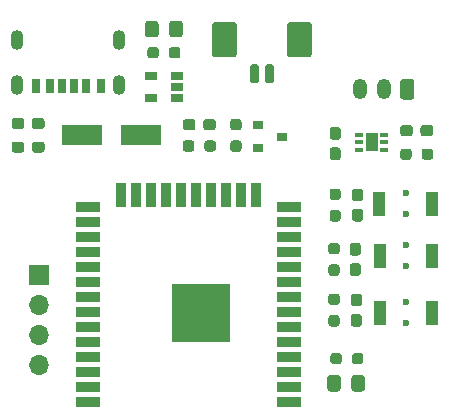
<source format=gbr>
G04 #@! TF.GenerationSoftware,KiCad,Pcbnew,(5.1.10)-1*
G04 #@! TF.CreationDate,2021-08-19T16:08:58+09:00*
G04 #@! TF.ProjectId,cat_toilet,6361745f-746f-4696-9c65-742e6b696361,rev?*
G04 #@! TF.SameCoordinates,Original*
G04 #@! TF.FileFunction,Soldermask,Top*
G04 #@! TF.FilePolarity,Negative*
%FSLAX46Y46*%
G04 Gerber Fmt 4.6, Leading zero omitted, Abs format (unit mm)*
G04 Created by KiCad (PCBNEW (5.1.10)-1) date 2021-08-19 16:08:58*
%MOMM*%
%LPD*%
G01*
G04 APERTURE LIST*
%ADD10R,3.500000X1.800000*%
%ADD11R,1.700000X1.700000*%
%ADD12O,1.700000X1.700000*%
%ADD13O,1.200000X1.750000*%
%ADD14R,0.900000X0.800000*%
%ADD15R,1.050000X2.000000*%
%ADD16C,0.600000*%
%ADD17R,0.650000X0.350000*%
%ADD18R,1.000000X1.600000*%
%ADD19R,0.700000X1.200000*%
%ADD20R,0.760000X1.200000*%
%ADD21R,0.800000X1.200000*%
%ADD22O,1.100000X1.700000*%
%ADD23R,1.060000X0.650000*%
%ADD24R,5.000000X5.000000*%
%ADD25R,2.000000X0.900000*%
%ADD26R,0.900000X2.000000*%
G04 APERTURE END LIST*
G36*
G01*
X2075000Y-9462500D02*
X2075000Y-9937500D01*
G75*
G02*
X1837500Y-10175000I-237500J0D01*
G01*
X1237500Y-10175000D01*
G75*
G02*
X1000000Y-9937500I0J237500D01*
G01*
X1000000Y-9462500D01*
G75*
G02*
X1237500Y-9225000I237500J0D01*
G01*
X1837500Y-9225000D01*
G75*
G02*
X2075000Y-9462500I0J-237500D01*
G01*
G37*
G36*
G01*
X3800000Y-9462500D02*
X3800000Y-9937500D01*
G75*
G02*
X3562500Y-10175000I-237500J0D01*
G01*
X2962500Y-10175000D01*
G75*
G02*
X2725000Y-9937500I0J237500D01*
G01*
X2725000Y-9462500D01*
G75*
G02*
X2962500Y-9225000I237500J0D01*
G01*
X3562500Y-9225000D01*
G75*
G02*
X3800000Y-9462500I0J-237500D01*
G01*
G37*
G36*
G01*
X2075000Y-11462500D02*
X2075000Y-11937500D01*
G75*
G02*
X1837500Y-12175000I-237500J0D01*
G01*
X1237500Y-12175000D01*
G75*
G02*
X1000000Y-11937500I0J237500D01*
G01*
X1000000Y-11462500D01*
G75*
G02*
X1237500Y-11225000I237500J0D01*
G01*
X1837500Y-11225000D01*
G75*
G02*
X2075000Y-11462500I0J-237500D01*
G01*
G37*
G36*
G01*
X3800000Y-11462500D02*
X3800000Y-11937500D01*
G75*
G02*
X3562500Y-12175000I-237500J0D01*
G01*
X2962500Y-12175000D01*
G75*
G02*
X2725000Y-11937500I0J237500D01*
G01*
X2725000Y-11462500D01*
G75*
G02*
X2962500Y-11225000I237500J0D01*
G01*
X3562500Y-11225000D01*
G75*
G02*
X3800000Y-11462500I0J-237500D01*
G01*
G37*
G36*
G01*
X28162500Y-11725000D02*
X28637500Y-11725000D01*
G75*
G02*
X28875000Y-11962500I0J-237500D01*
G01*
X28875000Y-12562500D01*
G75*
G02*
X28637500Y-12800000I-237500J0D01*
G01*
X28162500Y-12800000D01*
G75*
G02*
X27925000Y-12562500I0J237500D01*
G01*
X27925000Y-11962500D01*
G75*
G02*
X28162500Y-11725000I237500J0D01*
G01*
G37*
G36*
G01*
X28162500Y-10000000D02*
X28637500Y-10000000D01*
G75*
G02*
X28875000Y-10237500I0J-237500D01*
G01*
X28875000Y-10837500D01*
G75*
G02*
X28637500Y-11075000I-237500J0D01*
G01*
X28162500Y-11075000D01*
G75*
G02*
X27925000Y-10837500I0J237500D01*
G01*
X27925000Y-10237500D01*
G75*
G02*
X28162500Y-10000000I237500J0D01*
G01*
G37*
G36*
G01*
X33900000Y-10537500D02*
X33900000Y-10062500D01*
G75*
G02*
X34137500Y-9825000I237500J0D01*
G01*
X34737500Y-9825000D01*
G75*
G02*
X34975000Y-10062500I0J-237500D01*
G01*
X34975000Y-10537500D01*
G75*
G02*
X34737500Y-10775000I-237500J0D01*
G01*
X34137500Y-10775000D01*
G75*
G02*
X33900000Y-10537500I0J237500D01*
G01*
G37*
G36*
G01*
X35625000Y-10537500D02*
X35625000Y-10062500D01*
G75*
G02*
X35862500Y-9825000I237500J0D01*
G01*
X36462500Y-9825000D01*
G75*
G02*
X36700000Y-10062500I0J-237500D01*
G01*
X36700000Y-10537500D01*
G75*
G02*
X36462500Y-10775000I-237500J0D01*
G01*
X35862500Y-10775000D01*
G75*
G02*
X35625000Y-10537500I0J237500D01*
G01*
G37*
G36*
G01*
X15500000Y-10037500D02*
X15500000Y-9562500D01*
G75*
G02*
X15737500Y-9325000I237500J0D01*
G01*
X16337500Y-9325000D01*
G75*
G02*
X16575000Y-9562500I0J-237500D01*
G01*
X16575000Y-10037500D01*
G75*
G02*
X16337500Y-10275000I-237500J0D01*
G01*
X15737500Y-10275000D01*
G75*
G02*
X15500000Y-10037500I0J237500D01*
G01*
G37*
G36*
G01*
X17225000Y-10037500D02*
X17225000Y-9562500D01*
G75*
G02*
X17462500Y-9325000I237500J0D01*
G01*
X18062500Y-9325000D01*
G75*
G02*
X18300000Y-9562500I0J-237500D01*
G01*
X18300000Y-10037500D01*
G75*
G02*
X18062500Y-10275000I-237500J0D01*
G01*
X17462500Y-10275000D01*
G75*
G02*
X17225000Y-10037500I0J237500D01*
G01*
G37*
G36*
G01*
X29962500Y-25825000D02*
X30437500Y-25825000D01*
G75*
G02*
X30675000Y-26062500I0J-237500D01*
G01*
X30675000Y-26662500D01*
G75*
G02*
X30437500Y-26900000I-237500J0D01*
G01*
X29962500Y-26900000D01*
G75*
G02*
X29725000Y-26662500I0J237500D01*
G01*
X29725000Y-26062500D01*
G75*
G02*
X29962500Y-25825000I237500J0D01*
G01*
G37*
G36*
G01*
X29962500Y-24100000D02*
X30437500Y-24100000D01*
G75*
G02*
X30675000Y-24337500I0J-237500D01*
G01*
X30675000Y-24937500D01*
G75*
G02*
X30437500Y-25175000I-237500J0D01*
G01*
X29962500Y-25175000D01*
G75*
G02*
X29725000Y-24937500I0J237500D01*
G01*
X29725000Y-24337500D01*
G75*
G02*
X29962500Y-24100000I237500J0D01*
G01*
G37*
G36*
G01*
X29862500Y-19800000D02*
X30337500Y-19800000D01*
G75*
G02*
X30575000Y-20037500I0J-237500D01*
G01*
X30575000Y-20637500D01*
G75*
G02*
X30337500Y-20875000I-237500J0D01*
G01*
X29862500Y-20875000D01*
G75*
G02*
X29625000Y-20637500I0J237500D01*
G01*
X29625000Y-20037500D01*
G75*
G02*
X29862500Y-19800000I237500J0D01*
G01*
G37*
G36*
G01*
X29862500Y-21525000D02*
X30337500Y-21525000D01*
G75*
G02*
X30575000Y-21762500I0J-237500D01*
G01*
X30575000Y-22362500D01*
G75*
G02*
X30337500Y-22600000I-237500J0D01*
G01*
X29862500Y-22600000D01*
G75*
G02*
X29625000Y-22362500I0J237500D01*
G01*
X29625000Y-21762500D01*
G75*
G02*
X29862500Y-21525000I237500J0D01*
G01*
G37*
G36*
G01*
X30062500Y-15200000D02*
X30537500Y-15200000D01*
G75*
G02*
X30775000Y-15437500I0J-237500D01*
G01*
X30775000Y-16037500D01*
G75*
G02*
X30537500Y-16275000I-237500J0D01*
G01*
X30062500Y-16275000D01*
G75*
G02*
X29825000Y-16037500I0J237500D01*
G01*
X29825000Y-15437500D01*
G75*
G02*
X30062500Y-15200000I237500J0D01*
G01*
G37*
G36*
G01*
X30062500Y-16925000D02*
X30537500Y-16925000D01*
G75*
G02*
X30775000Y-17162500I0J-237500D01*
G01*
X30775000Y-17762500D01*
G75*
G02*
X30537500Y-18000000I-237500J0D01*
G01*
X30062500Y-18000000D01*
G75*
G02*
X29825000Y-17762500I0J237500D01*
G01*
X29825000Y-17162500D01*
G75*
G02*
X30062500Y-16925000I237500J0D01*
G01*
G37*
D10*
X12000000Y-10700000D03*
X7000000Y-10700000D03*
G36*
G01*
X13450000Y-1249999D02*
X13450000Y-2150001D01*
G75*
G02*
X13200001Y-2400000I-249999J0D01*
G01*
X12549999Y-2400000D01*
G75*
G02*
X12300000Y-2150001I0J249999D01*
G01*
X12300000Y-1249999D01*
G75*
G02*
X12549999Y-1000000I249999J0D01*
G01*
X13200001Y-1000000D01*
G75*
G02*
X13450000Y-1249999I0J-249999D01*
G01*
G37*
G36*
G01*
X15500000Y-1249999D02*
X15500000Y-2150001D01*
G75*
G02*
X15250001Y-2400000I-249999J0D01*
G01*
X14599999Y-2400000D01*
G75*
G02*
X14350000Y-2150001I0J249999D01*
G01*
X14350000Y-1249999D01*
G75*
G02*
X14599999Y-1000000I249999J0D01*
G01*
X15250001Y-1000000D01*
G75*
G02*
X15500000Y-1249999I0J-249999D01*
G01*
G37*
G36*
G01*
X30925000Y-31249999D02*
X30925000Y-32150001D01*
G75*
G02*
X30675001Y-32400000I-249999J0D01*
G01*
X30024999Y-32400000D01*
G75*
G02*
X29775000Y-32150001I0J249999D01*
G01*
X29775000Y-31249999D01*
G75*
G02*
X30024999Y-31000000I249999J0D01*
G01*
X30675001Y-31000000D01*
G75*
G02*
X30925000Y-31249999I0J-249999D01*
G01*
G37*
G36*
G01*
X28875000Y-31249999D02*
X28875000Y-32150001D01*
G75*
G02*
X28625001Y-32400000I-249999J0D01*
G01*
X27974999Y-32400000D01*
G75*
G02*
X27725000Y-32150001I0J249999D01*
G01*
X27725000Y-31249999D01*
G75*
G02*
X27974999Y-31000000I249999J0D01*
G01*
X28625001Y-31000000D01*
G75*
G02*
X28875000Y-31249999I0J-249999D01*
G01*
G37*
G36*
G01*
X23225000Y-4900000D02*
X23225000Y-6100000D01*
G75*
G02*
X23025000Y-6300000I-200000J0D01*
G01*
X22625000Y-6300000D01*
G75*
G02*
X22425000Y-6100000I0J200000D01*
G01*
X22425000Y-4900000D01*
G75*
G02*
X22625000Y-4700000I200000J0D01*
G01*
X23025000Y-4700000D01*
G75*
G02*
X23225000Y-4900000I0J-200000D01*
G01*
G37*
G36*
G01*
X21975000Y-4900000D02*
X21975000Y-6100000D01*
G75*
G02*
X21775000Y-6300000I-200000J0D01*
G01*
X21375000Y-6300000D01*
G75*
G02*
X21175000Y-6100000I0J200000D01*
G01*
X21175000Y-4900000D01*
G75*
G02*
X21375000Y-4700000I200000J0D01*
G01*
X21775000Y-4700000D01*
G75*
G02*
X21975000Y-4900000I0J-200000D01*
G01*
G37*
G36*
G01*
X26425000Y-1349999D02*
X26425000Y-3850001D01*
G75*
G02*
X26175001Y-4100000I-249999J0D01*
G01*
X24574999Y-4100000D01*
G75*
G02*
X24325000Y-3850001I0J249999D01*
G01*
X24325000Y-1349999D01*
G75*
G02*
X24574999Y-1100000I249999J0D01*
G01*
X26175001Y-1100000D01*
G75*
G02*
X26425000Y-1349999I0J-249999D01*
G01*
G37*
G36*
G01*
X20075000Y-1349999D02*
X20075000Y-3850001D01*
G75*
G02*
X19825001Y-4100000I-249999J0D01*
G01*
X18224999Y-4100000D01*
G75*
G02*
X17975000Y-3850001I0J249999D01*
G01*
X17975000Y-1349999D01*
G75*
G02*
X18224999Y-1100000I249999J0D01*
G01*
X19825001Y-1100000D01*
G75*
G02*
X20075000Y-1349999I0J-249999D01*
G01*
G37*
D11*
X3300000Y-22500000D03*
D12*
X3300000Y-25040000D03*
X3300000Y-27580000D03*
X3300000Y-30120000D03*
G36*
G01*
X35100000Y-6174999D02*
X35100000Y-7425001D01*
G75*
G02*
X34850001Y-7675000I-249999J0D01*
G01*
X34149999Y-7675000D01*
G75*
G02*
X33900000Y-7425001I0J249999D01*
G01*
X33900000Y-6174999D01*
G75*
G02*
X34149999Y-5925000I249999J0D01*
G01*
X34850001Y-5925000D01*
G75*
G02*
X35100000Y-6174999I0J-249999D01*
G01*
G37*
D13*
X32500000Y-6800000D03*
X30500000Y-6800000D03*
D14*
X21900000Y-9850000D03*
X21900000Y-11750000D03*
X23900000Y-10800000D03*
G36*
G01*
X14325000Y-3937500D02*
X14325000Y-3462500D01*
G75*
G02*
X14562500Y-3225000I237500J0D01*
G01*
X15062500Y-3225000D01*
G75*
G02*
X15300000Y-3462500I0J-237500D01*
G01*
X15300000Y-3937500D01*
G75*
G02*
X15062500Y-4175000I-237500J0D01*
G01*
X14562500Y-4175000D01*
G75*
G02*
X14325000Y-3937500I0J237500D01*
G01*
G37*
G36*
G01*
X12500000Y-3937500D02*
X12500000Y-3462500D01*
G75*
G02*
X12737500Y-3225000I237500J0D01*
G01*
X13237500Y-3225000D01*
G75*
G02*
X13475000Y-3462500I0J-237500D01*
G01*
X13475000Y-3937500D01*
G75*
G02*
X13237500Y-4175000I-237500J0D01*
G01*
X12737500Y-4175000D01*
G75*
G02*
X12500000Y-3937500I0J237500D01*
G01*
G37*
G36*
G01*
X33900000Y-12537500D02*
X33900000Y-12062500D01*
G75*
G02*
X34137500Y-11825000I237500J0D01*
G01*
X34637500Y-11825000D01*
G75*
G02*
X34875000Y-12062500I0J-237500D01*
G01*
X34875000Y-12537500D01*
G75*
G02*
X34637500Y-12775000I-237500J0D01*
G01*
X34137500Y-12775000D01*
G75*
G02*
X33900000Y-12537500I0J237500D01*
G01*
G37*
G36*
G01*
X35725000Y-12537500D02*
X35725000Y-12062500D01*
G75*
G02*
X35962500Y-11825000I237500J0D01*
G01*
X36462500Y-11825000D01*
G75*
G02*
X36700000Y-12062500I0J-237500D01*
G01*
X36700000Y-12537500D01*
G75*
G02*
X36462500Y-12775000I-237500J0D01*
G01*
X35962500Y-12775000D01*
G75*
G02*
X35725000Y-12537500I0J237500D01*
G01*
G37*
G36*
G01*
X15500000Y-11837500D02*
X15500000Y-11362500D01*
G75*
G02*
X15737500Y-11125000I237500J0D01*
G01*
X16237500Y-11125000D01*
G75*
G02*
X16475000Y-11362500I0J-237500D01*
G01*
X16475000Y-11837500D01*
G75*
G02*
X16237500Y-12075000I-237500J0D01*
G01*
X15737500Y-12075000D01*
G75*
G02*
X15500000Y-11837500I0J237500D01*
G01*
G37*
G36*
G01*
X17325000Y-11837500D02*
X17325000Y-11362500D01*
G75*
G02*
X17562500Y-11125000I237500J0D01*
G01*
X18062500Y-11125000D01*
G75*
G02*
X18300000Y-11362500I0J-237500D01*
G01*
X18300000Y-11837500D01*
G75*
G02*
X18062500Y-12075000I-237500J0D01*
G01*
X17562500Y-12075000D01*
G75*
G02*
X17325000Y-11837500I0J237500D01*
G01*
G37*
G36*
G01*
X28537500Y-25075000D02*
X28062500Y-25075000D01*
G75*
G02*
X27825000Y-24837500I0J237500D01*
G01*
X27825000Y-24337500D01*
G75*
G02*
X28062500Y-24100000I237500J0D01*
G01*
X28537500Y-24100000D01*
G75*
G02*
X28775000Y-24337500I0J-237500D01*
G01*
X28775000Y-24837500D01*
G75*
G02*
X28537500Y-25075000I-237500J0D01*
G01*
G37*
G36*
G01*
X28537500Y-26900000D02*
X28062500Y-26900000D01*
G75*
G02*
X27825000Y-26662500I0J237500D01*
G01*
X27825000Y-26162500D01*
G75*
G02*
X28062500Y-25925000I237500J0D01*
G01*
X28537500Y-25925000D01*
G75*
G02*
X28775000Y-26162500I0J-237500D01*
G01*
X28775000Y-26662500D01*
G75*
G02*
X28537500Y-26900000I-237500J0D01*
G01*
G37*
G36*
G01*
X28537500Y-22600000D02*
X28062500Y-22600000D01*
G75*
G02*
X27825000Y-22362500I0J237500D01*
G01*
X27825000Y-21862500D01*
G75*
G02*
X28062500Y-21625000I237500J0D01*
G01*
X28537500Y-21625000D01*
G75*
G02*
X28775000Y-21862500I0J-237500D01*
G01*
X28775000Y-22362500D01*
G75*
G02*
X28537500Y-22600000I-237500J0D01*
G01*
G37*
G36*
G01*
X28537500Y-20775000D02*
X28062500Y-20775000D01*
G75*
G02*
X27825000Y-20537500I0J237500D01*
G01*
X27825000Y-20037500D01*
G75*
G02*
X28062500Y-19800000I237500J0D01*
G01*
X28537500Y-19800000D01*
G75*
G02*
X28775000Y-20037500I0J-237500D01*
G01*
X28775000Y-20537500D01*
G75*
G02*
X28537500Y-20775000I-237500J0D01*
G01*
G37*
G36*
G01*
X19762500Y-11125000D02*
X20237500Y-11125000D01*
G75*
G02*
X20475000Y-11362500I0J-237500D01*
G01*
X20475000Y-11862500D01*
G75*
G02*
X20237500Y-12100000I-237500J0D01*
G01*
X19762500Y-12100000D01*
G75*
G02*
X19525000Y-11862500I0J237500D01*
G01*
X19525000Y-11362500D01*
G75*
G02*
X19762500Y-11125000I237500J0D01*
G01*
G37*
G36*
G01*
X19762500Y-9300000D02*
X20237500Y-9300000D01*
G75*
G02*
X20475000Y-9537500I0J-237500D01*
G01*
X20475000Y-10037500D01*
G75*
G02*
X20237500Y-10275000I-237500J0D01*
G01*
X19762500Y-10275000D01*
G75*
G02*
X19525000Y-10037500I0J237500D01*
G01*
X19525000Y-9537500D01*
G75*
G02*
X19762500Y-9300000I237500J0D01*
G01*
G37*
G36*
G01*
X28000000Y-29837500D02*
X28000000Y-29362500D01*
G75*
G02*
X28237500Y-29125000I237500J0D01*
G01*
X28737500Y-29125000D01*
G75*
G02*
X28975000Y-29362500I0J-237500D01*
G01*
X28975000Y-29837500D01*
G75*
G02*
X28737500Y-30075000I-237500J0D01*
G01*
X28237500Y-30075000D01*
G75*
G02*
X28000000Y-29837500I0J237500D01*
G01*
G37*
G36*
G01*
X29825000Y-29837500D02*
X29825000Y-29362500D01*
G75*
G02*
X30062500Y-29125000I237500J0D01*
G01*
X30562500Y-29125000D01*
G75*
G02*
X30800000Y-29362500I0J-237500D01*
G01*
X30800000Y-29837500D01*
G75*
G02*
X30562500Y-30075000I-237500J0D01*
G01*
X30062500Y-30075000D01*
G75*
G02*
X29825000Y-29837500I0J237500D01*
G01*
G37*
G36*
G01*
X28637500Y-16175000D02*
X28162500Y-16175000D01*
G75*
G02*
X27925000Y-15937500I0J237500D01*
G01*
X27925000Y-15437500D01*
G75*
G02*
X28162500Y-15200000I237500J0D01*
G01*
X28637500Y-15200000D01*
G75*
G02*
X28875000Y-15437500I0J-237500D01*
G01*
X28875000Y-15937500D01*
G75*
G02*
X28637500Y-16175000I-237500J0D01*
G01*
G37*
G36*
G01*
X28637500Y-18000000D02*
X28162500Y-18000000D01*
G75*
G02*
X27925000Y-17762500I0J237500D01*
G01*
X27925000Y-17262500D01*
G75*
G02*
X28162500Y-17025000I237500J0D01*
G01*
X28637500Y-17025000D01*
G75*
G02*
X28875000Y-17262500I0J-237500D01*
G01*
X28875000Y-17762500D01*
G75*
G02*
X28637500Y-18000000I-237500J0D01*
G01*
G37*
D15*
X36625000Y-25700000D03*
X32175000Y-25700000D03*
D16*
X34400000Y-26600000D03*
X34400000Y-24800000D03*
X34400000Y-20000000D03*
X34400000Y-21800000D03*
D15*
X32175000Y-20900000D03*
X36625000Y-20900000D03*
X36600000Y-16500000D03*
X32150000Y-16500000D03*
D16*
X34375000Y-17400000D03*
X34375000Y-15600000D03*
D17*
X30450000Y-10650000D03*
X30450000Y-11300000D03*
X30450000Y-11950000D03*
X32550000Y-11950000D03*
X32550000Y-11300000D03*
X32550000Y-10650000D03*
D18*
X31500000Y-11300000D03*
D19*
X6300000Y-6550000D03*
X5300000Y-6550000D03*
D20*
X7320000Y-6550000D03*
X4280000Y-6550000D03*
D21*
X8550000Y-6550000D03*
X3050000Y-6550000D03*
D22*
X1480000Y-6400000D03*
X10120000Y-6400000D03*
X1480000Y-2600000D03*
X10120000Y-2600000D03*
D23*
X15000000Y-7550000D03*
X15000000Y-6600000D03*
X15000000Y-5650000D03*
X12800000Y-5650000D03*
X12800000Y-7550000D03*
D24*
X17000000Y-25755000D03*
D25*
X24500000Y-33255000D03*
X24500000Y-31985000D03*
X24500000Y-30715000D03*
X24500000Y-29445000D03*
X24500000Y-28175000D03*
X24500000Y-26905000D03*
X24500000Y-25635000D03*
X24500000Y-24365000D03*
X24500000Y-23095000D03*
X24500000Y-21825000D03*
X24500000Y-20555000D03*
X24500000Y-19285000D03*
X24500000Y-18015000D03*
X24500000Y-16745000D03*
D26*
X21715000Y-15745000D03*
X20445000Y-15745000D03*
X19175000Y-15745000D03*
X17905000Y-15745000D03*
X16635000Y-15745000D03*
X15365000Y-15745000D03*
X14095000Y-15745000D03*
X12825000Y-15745000D03*
X11555000Y-15745000D03*
X10285000Y-15745000D03*
D25*
X7500000Y-16745000D03*
X7500000Y-18015000D03*
X7500000Y-19285000D03*
X7500000Y-20555000D03*
X7500000Y-21825000D03*
X7500000Y-23095000D03*
X7500000Y-24365000D03*
X7500000Y-25635000D03*
X7500000Y-26905000D03*
X7500000Y-28175000D03*
X7500000Y-29445000D03*
X7500000Y-30715000D03*
X7500000Y-31985000D03*
X7500000Y-33255000D03*
M02*

</source>
